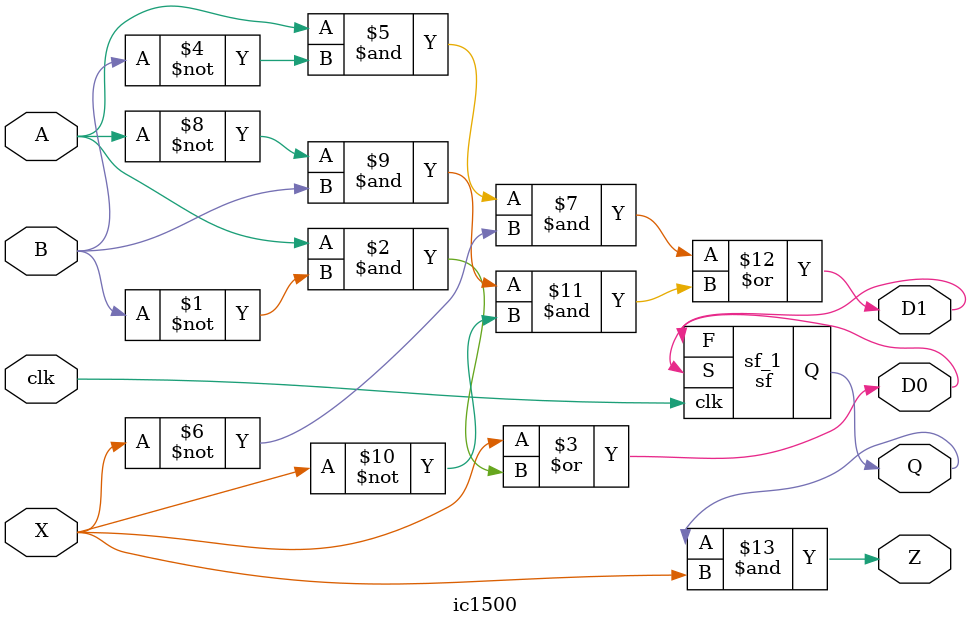
<source format=v>
module sf(
    input S,
    input F,
    input clk,
    output reg Q
    );
    initial begin
        Q = 0;
    end
	always@(posedge clk)
 		begin

			if((S==0)&&(F==0))Q=0;
			else if((S==0)&&(F==1))Q=1;
			else if((S==1)&&(F==1))Q=~Q;
			else Q=Q;

		end	
    // write your code here
	 
endmodule


module ic1500(
    input B, 
    input A, 
    input X, 
	 input clk,
	 output D0,
	 output D1,
	 output Q,
    output Z
    );
    // write your code here
	assign D0 = X|(A&~B);		
	assign D1 = (A&~B&~X)|(~A&B&~X);
	sf sf_1(D1,D0,clk,Q);
	assign Z = Q&X;
endmodule

</source>
